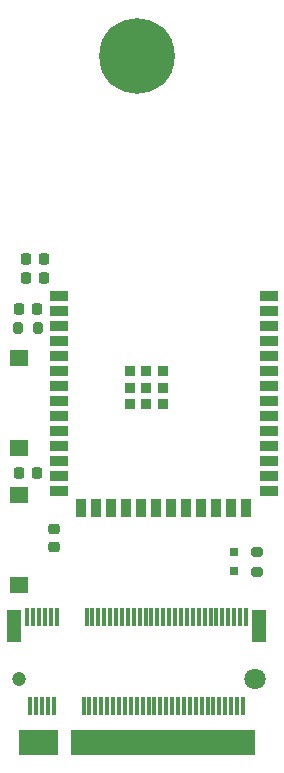
<source format=gbr>
%TF.GenerationSoftware,KiCad,Pcbnew,7.0.5*%
%TF.CreationDate,2023-09-25T03:15:30-05:00*%
%TF.ProjectId,Chimera_Nimean,4368696d-6572-4615-9f4e-696d65616e2e,rev?*%
%TF.SameCoordinates,Original*%
%TF.FileFunction,Soldermask,Top*%
%TF.FilePolarity,Negative*%
%FSLAX46Y46*%
G04 Gerber Fmt 4.6, Leading zero omitted, Abs format (unit mm)*
G04 Created by KiCad (PCBNEW 7.0.5) date 2023-09-25 03:15:30*
%MOMM*%
%LPD*%
G01*
G04 APERTURE LIST*
G04 Aperture macros list*
%AMRoundRect*
0 Rectangle with rounded corners*
0 $1 Rounding radius*
0 $2 $3 $4 $5 $6 $7 $8 $9 X,Y pos of 4 corners*
0 Add a 4 corners polygon primitive as box body*
4,1,4,$2,$3,$4,$5,$6,$7,$8,$9,$2,$3,0*
0 Add four circle primitives for the rounded corners*
1,1,$1+$1,$2,$3*
1,1,$1+$1,$4,$5*
1,1,$1+$1,$6,$7*
1,1,$1+$1,$8,$9*
0 Add four rect primitives between the rounded corners*
20,1,$1+$1,$2,$3,$4,$5,0*
20,1,$1+$1,$4,$5,$6,$7,0*
20,1,$1+$1,$6,$7,$8,$9,0*
20,1,$1+$1,$8,$9,$2,$3,0*%
G04 Aperture macros list end*
%ADD10C,0.100000*%
%ADD11C,3.600000*%
%ADD12C,6.400000*%
%ADD13RoundRect,0.225000X0.250000X-0.225000X0.250000X0.225000X-0.250000X0.225000X-0.250000X-0.225000X0*%
%ADD14RoundRect,0.225000X-0.225000X-0.250000X0.225000X-0.250000X0.225000X0.250000X-0.225000X0.250000X0*%
%ADD15R,0.800000X0.800000*%
%ADD16R,1.500000X1.400000*%
%ADD17R,1.300000X2.800000*%
%ADD18R,0.300000X1.550013*%
%ADD19R,0.300000X1.524003*%
%ADD20C,1.200000*%
%ADD21C,1.800000*%
%ADD22R,1.500000X0.900000*%
%ADD23R,0.900000X1.500000*%
%ADD24R,0.900000X0.900000*%
%ADD25RoundRect,0.225000X0.225000X0.250000X-0.225000X0.250000X-0.225000X-0.250000X0.225000X-0.250000X0*%
%ADD26RoundRect,0.200000X-0.200000X-0.275000X0.200000X-0.275000X0.200000X0.275000X-0.200000X0.275000X0*%
%ADD27RoundRect,0.200000X0.275000X-0.200000X0.275000X0.200000X-0.275000X0.200000X-0.275000X-0.200000X0*%
G04 APERTURE END LIST*
%TO.C,U2*%
D10*
X148275000Y-130100000D02*
X145075000Y-130100000D01*
X145075000Y-128100000D01*
X148275000Y-128100000D01*
X148275000Y-130100000D01*
G36*
X148275000Y-130100000D02*
G01*
X145075000Y-130100000D01*
X145075000Y-128100000D01*
X148275000Y-128100000D01*
X148275000Y-130100000D01*
G37*
X164925000Y-130100000D02*
X149475000Y-130100000D01*
X149475000Y-128100000D01*
X164925000Y-128100000D01*
X164925000Y-130100000D01*
G36*
X164925000Y-130100000D02*
G01*
X149475000Y-130100000D01*
X149475000Y-128100000D01*
X164925000Y-128100000D01*
X164925000Y-130100000D01*
G37*
%TD*%
D11*
%TO.C,H1*%
X155000000Y-71000000D03*
D12*
X155000000Y-71000000D03*
%TD*%
D13*
%TO.C,C5*%
X148000000Y-112600000D03*
X148000000Y-111050000D03*
%TD*%
D14*
%TO.C,C2*%
X145625000Y-88200000D03*
X147175000Y-88200000D03*
%TD*%
D15*
%TO.C,LED1*%
X163196571Y-113000533D03*
X163203429Y-114599467D03*
%TD*%
D16*
%TO.C,SW2*%
X145000000Y-115799848D03*
X145000000Y-108200152D03*
%TD*%
D17*
%TO.C,CN1*%
X144650051Y-119224918D03*
X165350077Y-119224918D03*
D18*
X145750128Y-118500000D03*
X146000064Y-126049912D03*
X146250000Y-118500000D03*
X146500191Y-126049912D03*
X146750128Y-118500000D03*
X147000064Y-126049912D03*
X147250000Y-118500000D03*
X147500191Y-126049912D03*
X147750128Y-118500000D03*
X148000064Y-126049912D03*
X148250000Y-118500000D03*
X150500191Y-126049912D03*
X150750128Y-118500000D03*
X151000064Y-126049912D03*
X151250000Y-118500000D03*
X151500191Y-126049912D03*
X151750128Y-118500000D03*
X152000064Y-126049912D03*
X152250000Y-118500000D03*
X152500191Y-126049912D03*
X152750128Y-118500000D03*
X153000064Y-126049912D03*
X153250000Y-118500000D03*
X153500191Y-126049912D03*
X153750128Y-118500000D03*
X154000064Y-126049912D03*
X154250000Y-118500000D03*
X154500191Y-126049912D03*
X154750128Y-118500000D03*
X155000064Y-126049912D03*
X155250000Y-118500000D03*
X155500191Y-126049912D03*
X155750128Y-118500000D03*
X156000064Y-126049658D03*
X156250000Y-118500000D03*
X156500191Y-126049658D03*
X156750128Y-118500000D03*
X157000064Y-126049658D03*
X157250000Y-118500000D03*
X157500191Y-126049658D03*
X157750128Y-118500000D03*
X158000064Y-126049658D03*
X158250000Y-118500000D03*
X158500191Y-126049658D03*
X158750128Y-118500000D03*
X159000064Y-126049658D03*
X159250000Y-118500000D03*
X159500191Y-126049658D03*
X159750128Y-118500000D03*
X160000064Y-126049658D03*
X162250000Y-118500000D03*
X162500191Y-126049658D03*
X162750128Y-118500000D03*
X163000064Y-126049658D03*
X163250000Y-118500000D03*
X163500191Y-126049658D03*
X163750128Y-118500000D03*
X164000064Y-126049658D03*
X164250000Y-118500000D03*
D19*
X161750128Y-118499746D03*
X161250000Y-118499746D03*
X160750128Y-118499746D03*
X160250000Y-118499746D03*
X162000064Y-126049658D03*
X161500191Y-126049658D03*
X161000064Y-126049658D03*
X160500191Y-126049658D03*
D20*
X145000064Y-123774829D03*
D21*
X165000064Y-123774829D03*
%TD*%
D16*
%TO.C,SW1*%
X145000000Y-104199848D03*
X145000000Y-96600152D03*
%TD*%
D22*
%TO.C,U1*%
X148400406Y-91359982D03*
X148400406Y-92629985D03*
X148400406Y-93899987D03*
X148400406Y-95169990D03*
X148400406Y-96439992D03*
X148400406Y-97709995D03*
X148400406Y-98979997D03*
X148400406Y-100250000D03*
X148400406Y-101520002D03*
X148400406Y-102790005D03*
X148400406Y-104060007D03*
X148400406Y-105330010D03*
X148400406Y-106600013D03*
X148400406Y-107870015D03*
D23*
X150315316Y-109269304D03*
X151585319Y-109269304D03*
X152855321Y-109269304D03*
X154125324Y-109269304D03*
X155395326Y-109269304D03*
X156665329Y-109269304D03*
X157935331Y-109269304D03*
X159205334Y-109269304D03*
X160475336Y-109269304D03*
X161745339Y-109269304D03*
X163015341Y-109269304D03*
X164285344Y-109269304D03*
D22*
X166200000Y-107870015D03*
X166200000Y-106600013D03*
X166200000Y-105330010D03*
X166200000Y-104060007D03*
X166200000Y-102790005D03*
X166200000Y-101520002D03*
X166200000Y-100250000D03*
X166200000Y-98979997D03*
X166200000Y-97709995D03*
X166200000Y-96439992D03*
X166200000Y-95169990D03*
X166200000Y-93899987D03*
X166200000Y-92629985D03*
X166200000Y-91359982D03*
D24*
X155800711Y-99079566D03*
X154400660Y-99079566D03*
X157200762Y-99079566D03*
X157200762Y-97679515D03*
X155800711Y-97679515D03*
X154400660Y-97679515D03*
X154400660Y-100479616D03*
X155800711Y-100479616D03*
X157200762Y-100479616D03*
%TD*%
D25*
%TO.C,C3*%
X146575000Y-92400000D03*
X145025000Y-92400000D03*
%TD*%
D14*
%TO.C,C1*%
X145625000Y-89800000D03*
X147175000Y-89800000D03*
%TD*%
D26*
%TO.C,R1*%
X144975000Y-94000000D03*
X146625000Y-94000000D03*
%TD*%
D25*
%TO.C,C4*%
X146600000Y-106300000D03*
X145050000Y-106300000D03*
%TD*%
D27*
%TO.C,R2*%
X165200000Y-114650000D03*
X165200000Y-113000000D03*
%TD*%
M02*

</source>
